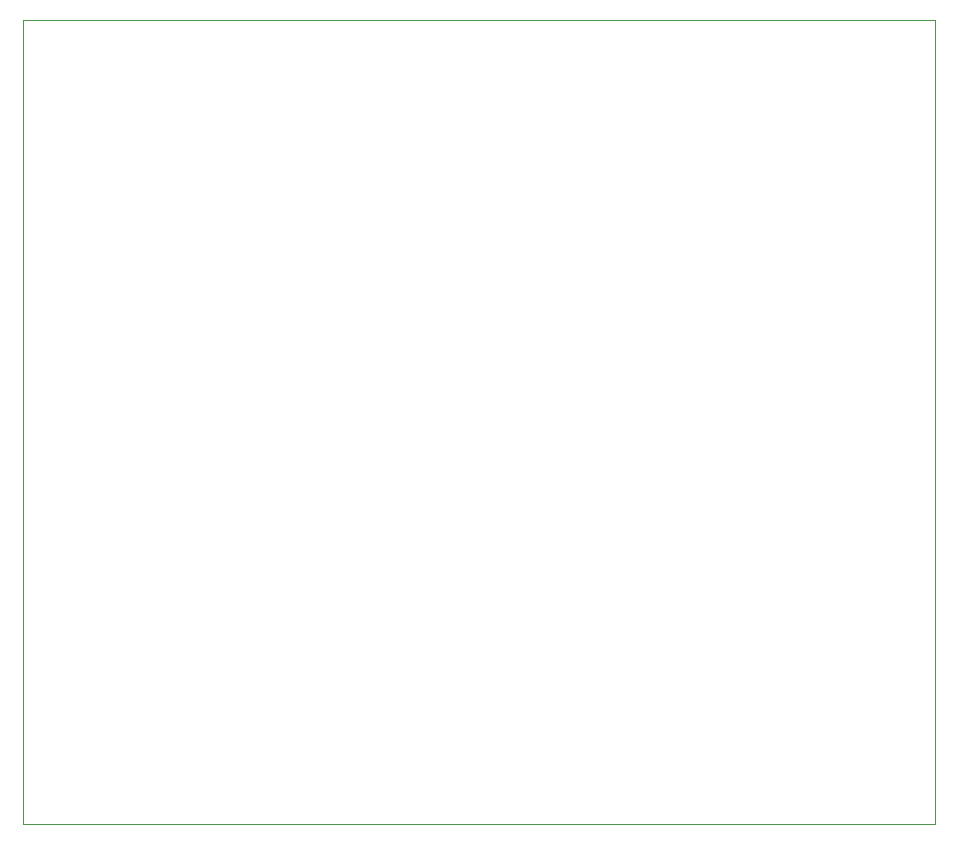
<source format=gbr>
%TF.GenerationSoftware,KiCad,Pcbnew,7.0.7*%
%TF.CreationDate,2024-10-25T12:06:39-05:00*%
%TF.ProjectId,TrackingTurrentBoard,54726163-6b69-46e6-9754-757272656e74,rev?*%
%TF.SameCoordinates,Original*%
%TF.FileFunction,Profile,NP*%
%FSLAX46Y46*%
G04 Gerber Fmt 4.6, Leading zero omitted, Abs format (unit mm)*
G04 Created by KiCad (PCBNEW 7.0.7) date 2024-10-25 12:06:39*
%MOMM*%
%LPD*%
G01*
G04 APERTURE LIST*
%TA.AperFunction,Profile*%
%ADD10C,0.100000*%
%TD*%
G04 APERTURE END LIST*
D10*
X110617000Y-55118000D02*
X187833000Y-55118000D01*
X187833000Y-123190000D01*
X110617000Y-123190000D01*
X110617000Y-55118000D01*
M02*

</source>
